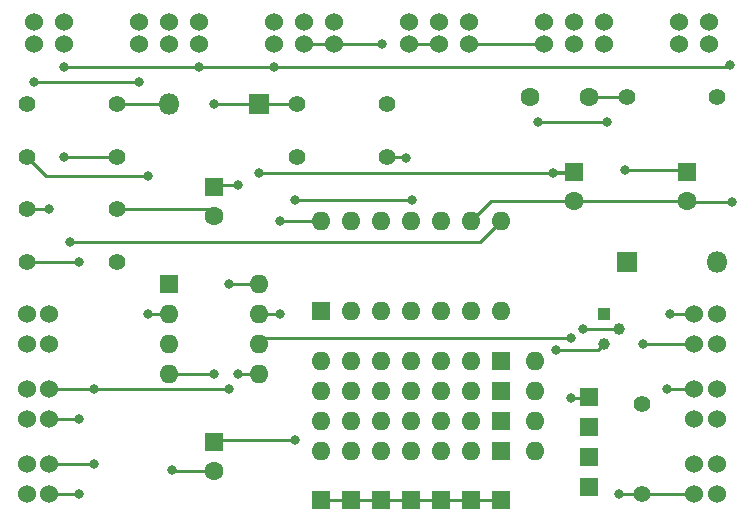
<source format=gbr>
%TF.GenerationSoftware,KiCad,Pcbnew,(2017-11-10 revision 636298b5d)-pre-sym-lib*%
%TF.CreationDate,2017-12-14T16:50:35-08:00*%
%TF.ProjectId,workshop_drum1,776F726B73686F705F6472756D312E6B,rev?*%
%TF.SameCoordinates,Original*%
%TF.FileFunction,Copper,L2,Bot,Signal*%
%TF.FilePolarity,Positive*%
%FSLAX46Y46*%
G04 Gerber Fmt 4.6, Leading zero omitted, Abs format (unit mm)*
G04 Created by KiCad (PCBNEW (2017-11-10 revision 636298b5d)-pre-sym-lib) date Thursday, December 14, 2017 'PMt' 04:50:35 PM*
%MOMM*%
%LPD*%
G01*
G04 APERTURE LIST*
%TA.AperFunction,ComponentPad*%
%ADD10R,1.600000X1.600000*%
%TD*%
%TA.AperFunction,ComponentPad*%
%ADD11O,1.600000X1.600000*%
%TD*%
%TA.AperFunction,ComponentPad*%
%ADD12C,1.524000*%
%TD*%
%TA.AperFunction,ComponentPad*%
%ADD13C,1.600000*%
%TD*%
%TA.AperFunction,ComponentPad*%
%ADD14O,1.800000X1.800000*%
%TD*%
%TA.AperFunction,ComponentPad*%
%ADD15R,1.800000X1.800000*%
%TD*%
%TA.AperFunction,ComponentPad*%
%ADD16C,1.397000*%
%TD*%
%TA.AperFunction,ComponentPad*%
%ADD17R,1.000000X1.000000*%
%TD*%
%TA.AperFunction,ComponentPad*%
%ADD18C,1.000000*%
%TD*%
%TA.AperFunction,ViaPad*%
%ADD19C,0.800000*%
%TD*%
%TA.AperFunction,Conductor*%
%ADD20C,0.250000*%
%TD*%
G04 APERTURE END LIST*
D10*
%TO.P,GND2,1*%
%TO.N,Net-(GND1-Pad1)*%
X26797000Y2032000D03*
X29337000Y2032000D03*
X31877000Y2032000D03*
X34417000Y2032000D03*
X36957000Y2032000D03*
X39497000Y2032000D03*
X42037000Y2032000D03*
%TD*%
D11*
%TO.P,IN1,1*%
%TO.N,Net-(IN1-Pad1)*%
X26797000Y11303000D03*
X26797000Y8763000D03*
X26797000Y6223000D03*
X26797000Y13843000D03*
%TD*%
%TO.P,OUT3,1*%
%TO.N,Net-(OUT3-Pad1)*%
X39497000Y11303000D03*
X39497000Y8763000D03*
X39497000Y6223000D03*
X39497000Y13843000D03*
%TD*%
%TO.P,OUT2,1*%
%TO.N,Net-(OUT2-Pad1)*%
X34417000Y13843000D03*
X34417000Y6223000D03*
X34417000Y8763000D03*
X34417000Y11303000D03*
%TD*%
%TO.P,OUT1,1*%
%TO.N,Net-(OUT1-Pad1)*%
X29337000Y11303000D03*
X29337000Y8763000D03*
X29337000Y6223000D03*
X29337000Y13843000D03*
%TD*%
%TO.P,OscSwitchStrip1,1*%
%TO.N,Net-(OscSwitchStrip1-Pad1)*%
X44958000Y13843000D03*
X44958000Y6223000D03*
X44958000Y8763000D03*
X44958000Y11303000D03*
%TD*%
%TO.P,IN2,1*%
%TO.N,Net-(IN2-Pad1)*%
X31877000Y13843000D03*
X31877000Y6223000D03*
X31877000Y8763000D03*
X31877000Y11303000D03*
%TD*%
%TO.P,IN3,1*%
%TO.N,Net-(IN3-Pad1)*%
X36957000Y11303000D03*
X36957000Y8763000D03*
X36957000Y6223000D03*
X36957000Y13843000D03*
%TD*%
D12*
%TO.P,ON/OFF_LED1,*%
%TO.N,*%
X60325000Y15240000D03*
X60325000Y17780000D03*
%TO.P,ON/OFF_LED1,1*%
%TO.N,Net-(ON/OFF_LED1-Pad1)*%
X58420000Y15240000D03*
%TO.P,ON/OFF_LED1,2*%
%TO.N,Net-(D1-Pad2)*%
X58420000Y17780000D03*
%TD*%
%TO.P,Trig_LED1,2*%
%TO.N,Net-(Trig_LED1-Pad2)*%
X3810000Y15240000D03*
%TO.P,Trig_LED1,1*%
%TO.N,Net-(R8-Pad2)*%
X3810000Y17780000D03*
%TO.P,Trig_LED1,*%
%TO.N,*%
X1905000Y15240000D03*
X1905000Y17780000D03*
%TD*%
D13*
%TO.P,C5,1*%
%TO.N,Net-(C5-Pad1)*%
X49530000Y36195000D03*
%TO.P,C5,2*%
%TO.N,Net-(C5-Pad2)*%
X44530000Y36195000D03*
%TD*%
%TO.P,C4,2*%
%TO.N,GND*%
X17780000Y4485000D03*
D10*
%TO.P,C4,1*%
%TO.N,Net-(C4-Pad1)*%
X17780000Y6985000D03*
%TD*%
%TO.P,C1,1*%
%TO.N,Net-(C1-Pad1)*%
X57785000Y29845000D03*
D13*
%TO.P,C1,2*%
%TO.N,GND*%
X57785000Y27345000D03*
%TD*%
%TO.P,C2,2*%
%TO.N,GND*%
X17780000Y26075000D03*
D10*
%TO.P,C2,1*%
%TO.N,Net-(C2-Pad1)*%
X17780000Y28575000D03*
%TD*%
%TO.P,C3,1*%
%TO.N,+5V*%
X48260000Y29845000D03*
D13*
%TO.P,C3,2*%
%TO.N,GND*%
X48260000Y27345000D03*
%TD*%
D14*
%TO.P,D2,2*%
%TO.N,Net-(D2-Pad2)*%
X13970000Y35560000D03*
D15*
%TO.P,D2,1*%
%TO.N,Net-(C2-Pad1)*%
X21590000Y35560000D03*
%TD*%
%TO.P,D1,1*%
%TO.N,Net-(C1-Pad1)*%
X52705000Y22225000D03*
D14*
%TO.P,D1,2*%
%TO.N,Net-(D1-Pad2)*%
X60325000Y22225000D03*
%TD*%
D16*
%TO.P,R8,2*%
%TO.N,Net-(R8-Pad2)*%
X1905000Y26670000D03*
%TO.P,R8,1*%
%TO.N,GND*%
X9525000Y26670000D03*
%TD*%
%TO.P,R7,1*%
%TO.N,Net-(C5-Pad1)*%
X52705000Y36195000D03*
%TO.P,R7,2*%
%TO.N,Net-(J3-Pad1)*%
X60325000Y36195000D03*
%TD*%
%TO.P,R6,2*%
%TO.N,Net-(PITCH1-Pad1)*%
X32385000Y31115000D03*
%TO.P,R6,1*%
%TO.N,Net-(C4-Pad1)*%
X24765000Y31115000D03*
%TD*%
%TO.P,R5,1*%
%TO.N,Net-(DECAY1-Pad2)*%
X32385000Y35560000D03*
%TO.P,R5,2*%
%TO.N,Net-(C2-Pad1)*%
X24765000Y35560000D03*
%TD*%
%TO.P,R4,2*%
%TO.N,Net-(R2-Pad1)*%
X1905000Y35560000D03*
%TO.P,R4,1*%
%TO.N,Net-(D2-Pad2)*%
X9525000Y35560000D03*
%TD*%
%TO.P,R3,1*%
%TO.N,Net-(ON/OFF_LED1-Pad1)*%
X53975000Y10160000D03*
%TO.P,R3,2*%
%TO.N,GND*%
X53975000Y2540000D03*
%TD*%
%TO.P,R2,2*%
%TO.N,GND*%
X9525000Y31115000D03*
%TO.P,R2,1*%
%TO.N,Net-(R2-Pad1)*%
X1905000Y31115000D03*
%TD*%
%TO.P,R1,1*%
%TO.N,Net-(J2-Pad1)*%
X9525000Y22225000D03*
%TO.P,R1,2*%
%TO.N,Net-(Button_ON1-Pad1)*%
X1905000Y22225000D03*
%TD*%
D17*
%TO.P,U3,1*%
%TO.N,Net-(C1-Pad1)*%
X50800000Y17780000D03*
D18*
%TO.P,U3,3*%
%TO.N,+5V*%
X50800000Y15240000D03*
%TO.P,U3,2*%
%TO.N,GND*%
X52070000Y16510000D03*
%TD*%
D12*
%TO.P,J1,1*%
%TO.N,Net-(J1-Pad1)*%
X58420000Y5080000D03*
%TO.P,J1,2*%
%TO.N,GND*%
X58420000Y2540000D03*
%TO.P,J1,*%
%TO.N,*%
X60325000Y5080000D03*
X60325000Y2540000D03*
%TD*%
%TO.P,J2,*%
%TO.N,*%
X5080000Y42545000D03*
X2540000Y42545000D03*
%TO.P,J2,2*%
%TO.N,GND*%
X5080000Y40640000D03*
%TO.P,J2,1*%
%TO.N,Net-(J2-Pad1)*%
X2540000Y40640000D03*
%TD*%
%TO.P,J3,1*%
%TO.N,Net-(J3-Pad1)*%
X57150000Y40640000D03*
%TO.P,J3,2*%
%TO.N,GND*%
X59690000Y40640000D03*
%TO.P,J3,*%
%TO.N,*%
X57150000Y42545000D03*
X59690000Y42545000D03*
%TD*%
%TO.P,DECAY1,*%
%TO.N,*%
X25400000Y42545000D03*
X22860000Y42545000D03*
%TO.P,DECAY1,2*%
%TO.N,Net-(DECAY1-Pad2)*%
X25400000Y40640000D03*
%TO.P,DECAY1,1*%
%TO.N,GND*%
X22860000Y40640000D03*
%TO.P,DECAY1,3*%
%TO.N,Net-(DECAY1-Pad2)*%
X27940000Y40640000D03*
%TO.P,DECAY1,*%
%TO.N,*%
X27940000Y42545000D03*
%TD*%
%TO.P,PITCH1,*%
%TO.N,*%
X39370000Y42545000D03*
%TO.P,PITCH1,3*%
%TO.N,Net-(Osc_Select1-Pad1)*%
X39370000Y40640000D03*
%TO.P,PITCH1,1*%
%TO.N,Net-(PITCH1-Pad1)*%
X34290000Y40640000D03*
%TO.P,PITCH1,2*%
X36830000Y40640000D03*
%TO.P,PITCH1,*%
%TO.N,*%
X34290000Y42545000D03*
X36830000Y42545000D03*
%TD*%
%TO.P,SENSE/STARVE1,*%
%TO.N,*%
X13970000Y42545000D03*
X11430000Y42545000D03*
%TO.P,SENSE/STARVE1,2*%
%TO.N,Net-(SENSE/STARVE1-Pad2)*%
X13970000Y40640000D03*
%TO.P,SENSE/STARVE1,1*%
%TO.N,Net-(J2-Pad1)*%
X11430000Y40640000D03*
%TO.P,SENSE/STARVE1,3*%
%TO.N,GND*%
X16510000Y40640000D03*
%TO.P,SENSE/STARVE1,*%
%TO.N,*%
X16510000Y42545000D03*
%TD*%
%TO.P,Osc_Select1,*%
%TO.N,*%
X48260000Y42545000D03*
X45720000Y42545000D03*
%TO.P,Osc_Select1,2*%
%TO.N,Net-(C5-Pad2)*%
X48260000Y40640000D03*
%TO.P,Osc_Select1,1*%
%TO.N,Net-(Osc_Select1-Pad1)*%
X45720000Y40640000D03*
%TO.P,Osc_Select1,3*%
%TO.N,Net-(OscSwitchStrip1-Pad1)*%
X50800000Y40640000D03*
%TO.P,Osc_Select1,*%
%TO.N,*%
X50800000Y42545000D03*
%TD*%
%TO.P,Button_ON1,1*%
%TO.N,Net-(Button_ON1-Pad1)*%
X3810000Y2540000D03*
%TO.P,Button_ON1,2*%
%TO.N,+5V*%
X3810000Y5080000D03*
%TO.P,Button_ON1,*%
%TO.N,*%
X1905000Y2540000D03*
X1905000Y5080000D03*
%TD*%
%TO.P,PWR2,*%
%TO.N,*%
X60325000Y8890000D03*
X60325000Y11430000D03*
%TO.P,PWR2,2*%
%TO.N,Net-(J1-Pad1)*%
X58420000Y8890000D03*
%TO.P,PWR2,1*%
%TO.N,Net-(D1-Pad2)*%
X58420000Y11430000D03*
%TD*%
%TO.P,Switch_On1,1*%
%TO.N,Net-(Button_ON1-Pad1)*%
X3810000Y8890000D03*
%TO.P,Switch_On1,2*%
%TO.N,+5V*%
X3810000Y11430000D03*
%TO.P,Switch_On1,*%
%TO.N,*%
X1905000Y8890000D03*
X1905000Y11430000D03*
%TD*%
D10*
%TO.P,PWR1,1*%
%TO.N,Net-(PWR1-Pad1)*%
X49530000Y10795000D03*
X49530000Y8255000D03*
X49530000Y5715000D03*
X49530000Y3175000D03*
%TD*%
D11*
%TO.P,U2,14*%
%TO.N,Net-(PWR1-Pad1)*%
X26797000Y25654000D03*
%TO.P,U2,7*%
%TO.N,Net-(GND1-Pad1)*%
X42037000Y18034000D03*
%TO.P,U2,13*%
%TO.N,Net-(U2-Pad13)*%
X29337000Y25654000D03*
%TO.P,U2,6*%
%TO.N,Net-(OUT3-Pad1)*%
X39497000Y18034000D03*
%TO.P,U2,12*%
%TO.N,Net-(U2-Pad12)*%
X31877000Y25654000D03*
%TO.P,U2,5*%
%TO.N,Net-(IN3-Pad1)*%
X36957000Y18034000D03*
%TO.P,U2,11*%
%TO.N,Net-(C4-Pad1)*%
X34417000Y25654000D03*
%TO.P,U2,4*%
%TO.N,Net-(OUT2-Pad1)*%
X34417000Y18034000D03*
%TO.P,U2,10*%
%TO.N,Net-(Osc_Select1-Pad1)*%
X36957000Y25654000D03*
%TO.P,U2,3*%
%TO.N,Net-(IN2-Pad1)*%
X31877000Y18034000D03*
%TO.P,U2,9*%
%TO.N,GND*%
X39497000Y25654000D03*
%TO.P,U2,2*%
%TO.N,Net-(OUT1-Pad1)*%
X29337000Y18034000D03*
%TO.P,U2,8*%
%TO.N,Net-(Trig_LED1-Pad2)*%
X42037000Y25654000D03*
D10*
%TO.P,U2,1*%
%TO.N,Net-(IN1-Pad1)*%
X26797000Y18034000D03*
%TD*%
%TO.P,U1,1*%
%TO.N,Net-(D2-Pad2)*%
X13970000Y20320000D03*
D11*
%TO.P,U1,5*%
%TO.N,Net-(C2-Pad1)*%
X21590000Y12700000D03*
%TO.P,U1,2*%
%TO.N,Net-(R2-Pad1)*%
X13970000Y17780000D03*
%TO.P,U1,6*%
%TO.N,Net-(PWR1-Pad1)*%
X21590000Y15240000D03*
%TO.P,U1,3*%
%TO.N,Net-(SENSE/STARVE1-Pad2)*%
X13970000Y15240000D03*
%TO.P,U1,7*%
%TO.N,Net-(PWR1-Pad1)*%
X21590000Y17780000D03*
%TO.P,U1,4*%
%TO.N,GND*%
X13970000Y12700000D03*
%TO.P,U1,8*%
%TO.N,+5V*%
X21590000Y20320000D03*
%TD*%
D10*
%TO.P,GND1,1*%
%TO.N,Net-(GND1-Pad1)*%
X42037000Y13843000D03*
X42037000Y11303000D03*
X42037000Y8763000D03*
X42037000Y6223000D03*
%TD*%
D19*
%TO.N,Net-(PWR1-Pad1)*%
X48006000Y15748000D03*
X23368000Y25654000D03*
X23368000Y17780000D03*
X48006000Y10668000D03*
%TO.N,Net-(Button_ON1-Pad1)*%
X6350000Y8890000D03*
X6350000Y2540000D03*
X6350000Y22225000D03*
%TO.N,+5V*%
X46736000Y14732000D03*
X46482000Y29718000D03*
X21590000Y29718000D03*
X19050000Y20320000D03*
X19050001Y11430000D03*
X7620000Y5080000D03*
X7620000Y11430000D03*
%TO.N,Net-(D1-Pad2)*%
X56388000Y17780000D03*
X56134000Y11430000D03*
%TO.N,Net-(J2-Pad1)*%
X11430000Y37465000D03*
X2540000Y37465000D03*
%TO.N,GND*%
X61468000Y38862000D03*
X49022000Y16510000D03*
X52070000Y2540000D03*
X17780000Y12700000D03*
X14224000Y4572000D03*
X61595000Y27305000D03*
X22860000Y38735000D03*
X5080000Y38735000D03*
X16510000Y38735000D03*
X5080000Y31115000D03*
%TO.N,Net-(PITCH1-Pad1)*%
X34036000Y30988000D03*
%TO.N,Net-(DECAY1-Pad2)*%
X32004000Y40640000D03*
%TO.N,Net-(C1-Pad1)*%
X52578000Y29972000D03*
%TO.N,Net-(R2-Pad1)*%
X12192000Y29464000D03*
X12192000Y17780000D03*
%TO.N,Net-(ON/OFF_LED1-Pad1)*%
X54102000Y15240000D03*
%TO.N,Net-(C2-Pad1)*%
X19812000Y28702000D03*
X19812000Y12700000D03*
X17780000Y35560000D03*
%TO.N,Net-(C4-Pad1)*%
X24638002Y27432000D03*
X34544000Y27432000D03*
X24638002Y7112000D03*
%TO.N,Net-(R8-Pad2)*%
X3810000Y26670000D03*
%TO.N,Net-(Trig_LED1-Pad2)*%
X5588000Y23876000D03*
%TO.N,Net-(OscSwitchStrip1-Pad1)*%
X51054000Y34036000D03*
X45212000Y34036000D03*
%TD*%
D20*
%TO.N,Net-(GND1-Pad1)*%
X39497000Y2032000D02*
X42037000Y2032000D01*
X39497000Y2032000D02*
X38447000Y2032000D01*
X38447000Y2032000D02*
X36957000Y2032000D01*
X34417000Y2032000D02*
X36957000Y2032000D01*
X31877000Y2032000D02*
X32927000Y2032000D01*
X32927000Y2032000D02*
X34417000Y2032000D01*
X31877000Y2032000D02*
X29337000Y2032000D01*
X26797000Y2032000D02*
X29337000Y2032000D01*
%TO.N,Net-(PWR1-Pad1)*%
X48006000Y15748000D02*
X22098000Y15748000D01*
X22098000Y15748000D02*
X21590000Y15240000D01*
X23368000Y25654000D02*
X26797000Y25654000D01*
X21590000Y17780000D02*
X23368000Y17780000D01*
X48006000Y10668000D02*
X49403000Y10668000D01*
X49403000Y10668000D02*
X49530000Y10795000D01*
%TO.N,Net-(Button_ON1-Pad1)*%
X6350000Y8890000D02*
X3810000Y8890000D01*
X3810000Y2540000D02*
X6350000Y2540000D01*
X1905000Y22225000D02*
X6350000Y22225000D01*
%TO.N,+5V*%
X46736000Y14732000D02*
X50292000Y14732000D01*
X50292000Y14732000D02*
X50800000Y15240000D01*
X48260000Y29845000D02*
X46609000Y29845000D01*
X46609000Y29845000D02*
X46482000Y29718000D01*
X21590000Y29718000D02*
X46482000Y29718000D01*
X48133000Y29718000D02*
X46482000Y29718000D01*
X21590000Y20320000D02*
X19050000Y20320000D01*
X7620000Y11430000D02*
X8185685Y11430000D01*
X8185685Y11430000D02*
X19050001Y11430000D01*
X7620000Y5080000D02*
X3810000Y5080000D01*
X3810000Y11430000D02*
X7620000Y11430000D01*
%TO.N,Net-(D1-Pad2)*%
X56388000Y17780000D02*
X58420000Y17780000D01*
X58420000Y11430000D02*
X56134000Y11430000D01*
%TO.N,Net-(Osc_Select1-Pad1)*%
X39370000Y40640000D02*
X45720000Y40640000D01*
%TO.N,Net-(J2-Pad1)*%
X2540000Y37465000D02*
X11430000Y37465000D01*
%TO.N,GND*%
X61341000Y38735000D02*
X61468000Y38862000D01*
X22860000Y38735000D02*
X61341000Y38735000D01*
X49022000Y16510000D02*
X52070000Y16510000D01*
X48260000Y27345000D02*
X41188000Y27345000D01*
X41188000Y27345000D02*
X39497000Y25654000D01*
X53975000Y2540000D02*
X52070000Y2540000D01*
X58420000Y2540000D02*
X53975000Y2540000D01*
X48173000Y27432000D02*
X48260000Y27345000D01*
X13970000Y12700000D02*
X17780000Y12700000D01*
X17780000Y4485000D02*
X14311000Y4485000D01*
X14311000Y4485000D02*
X14224000Y4572000D01*
X9525000Y26670000D02*
X17185000Y26670000D01*
X17185000Y26670000D02*
X17780000Y26075000D01*
X57785000Y27345000D02*
X48260000Y27345000D01*
X61595000Y27305000D02*
X57825000Y27305000D01*
X57825000Y27305000D02*
X57785000Y27345000D01*
X16510000Y38735000D02*
X22860000Y38735000D01*
X16510000Y38735000D02*
X5080000Y38735000D01*
X5080000Y31115000D02*
X9525000Y31115000D01*
%TO.N,Net-(PITCH1-Pad1)*%
X32385000Y31115000D02*
X33909000Y31115000D01*
X33909000Y31115000D02*
X34036000Y30988000D01*
X34290000Y40640000D02*
X36830000Y40640000D01*
%TO.N,Net-(DECAY1-Pad2)*%
X32004000Y40640000D02*
X27940000Y40640000D01*
X25400000Y40640000D02*
X27940000Y40640000D01*
%TO.N,Net-(C1-Pad1)*%
X52578000Y29972000D02*
X57658000Y29972000D01*
X57658000Y29972000D02*
X57785000Y29845000D01*
%TO.N,Net-(R2-Pad1)*%
X11626315Y29464000D02*
X12192000Y29464000D01*
X1905000Y31115000D02*
X3556000Y29464000D01*
X3556000Y29464000D02*
X11626315Y29464000D01*
X13970000Y17780000D02*
X12192000Y17780000D01*
%TO.N,Net-(ON/OFF_LED1-Pad1)*%
X58420000Y15240000D02*
X54102000Y15240000D01*
%TO.N,Net-(D2-Pad2)*%
X9525000Y35560000D02*
X13970000Y35560000D01*
%TO.N,Net-(C2-Pad1)*%
X19812000Y28702000D02*
X17907000Y28702000D01*
X17907000Y28702000D02*
X17780000Y28575000D01*
X21590000Y12700000D02*
X19812000Y12700000D01*
X21590000Y35560000D02*
X17780000Y35560000D01*
X21590000Y35560000D02*
X24765000Y35560000D01*
%TO.N,Net-(C4-Pad1)*%
X34544000Y27432000D02*
X24638002Y27432000D01*
X24638002Y7112000D02*
X17907000Y7112000D01*
X17907000Y7112000D02*
X17780000Y6985000D01*
%TO.N,Net-(C5-Pad1)*%
X49530000Y36195000D02*
X52705000Y36195000D01*
%TO.N,Net-(R8-Pad2)*%
X1905000Y26670000D02*
X3810000Y26670000D01*
%TO.N,Net-(Trig_LED1-Pad2)*%
X5588000Y23876000D02*
X40259000Y23876000D01*
X40259000Y23876000D02*
X42037000Y25654000D01*
%TO.N,Net-(OscSwitchStrip1-Pad1)*%
X45212000Y34036000D02*
X51054000Y34036000D01*
%TD*%
M02*

</source>
